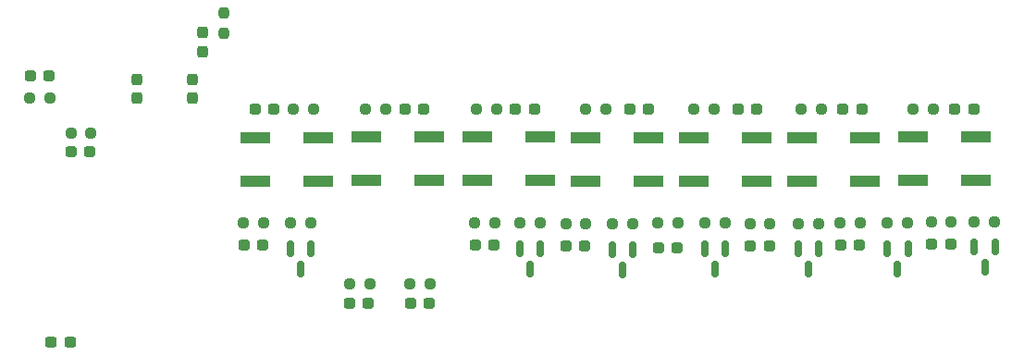
<source format=gtp>
G04 #@! TF.GenerationSoftware,KiCad,Pcbnew,(6.0.7)*
G04 #@! TF.CreationDate,2022-11-19T15:08:40-06:00*
G04 #@! TF.ProjectId,Gimbal_Board_2023,47696d62-616c-45f4-926f-6172645f3230,rev?*
G04 #@! TF.SameCoordinates,Original*
G04 #@! TF.FileFunction,Paste,Top*
G04 #@! TF.FilePolarity,Positive*
%FSLAX46Y46*%
G04 Gerber Fmt 4.6, Leading zero omitted, Abs format (unit mm)*
G04 Created by KiCad (PCBNEW (6.0.7)) date 2022-11-19 15:08:40*
%MOMM*%
%LPD*%
G01*
G04 APERTURE LIST*
G04 Aperture macros list*
%AMRoundRect*
0 Rectangle with rounded corners*
0 $1 Rounding radius*
0 $2 $3 $4 $5 $6 $7 $8 $9 X,Y pos of 4 corners*
0 Add a 4 corners polygon primitive as box body*
4,1,4,$2,$3,$4,$5,$6,$7,$8,$9,$2,$3,0*
0 Add four circle primitives for the rounded corners*
1,1,$1+$1,$2,$3*
1,1,$1+$1,$4,$5*
1,1,$1+$1,$6,$7*
1,1,$1+$1,$8,$9*
0 Add four rect primitives between the rounded corners*
20,1,$1+$1,$2,$3,$4,$5,0*
20,1,$1+$1,$4,$5,$6,$7,0*
20,1,$1+$1,$6,$7,$8,$9,0*
20,1,$1+$1,$8,$9,$2,$3,0*%
G04 Aperture macros list end*
%ADD10RoundRect,0.237500X-0.287500X-0.237500X0.287500X-0.237500X0.287500X0.237500X-0.287500X0.237500X0*%
%ADD11RoundRect,0.150000X-0.150000X0.587500X-0.150000X-0.587500X0.150000X-0.587500X0.150000X0.587500X0*%
%ADD12RoundRect,0.237500X0.250000X0.237500X-0.250000X0.237500X-0.250000X-0.237500X0.250000X-0.237500X0*%
%ADD13RoundRect,0.237500X-0.250000X-0.237500X0.250000X-0.237500X0.250000X0.237500X-0.250000X0.237500X0*%
%ADD14R,2.750000X1.000000*%
%ADD15RoundRect,0.237500X0.287500X0.237500X-0.287500X0.237500X-0.287500X-0.237500X0.287500X-0.237500X0*%
%ADD16RoundRect,0.237500X-0.237500X0.300000X-0.237500X-0.300000X0.237500X-0.300000X0.237500X0.300000X0*%
%ADD17RoundRect,0.237500X0.237500X-0.300000X0.237500X0.300000X-0.237500X0.300000X-0.237500X-0.300000X0*%
%ADD18RoundRect,0.237500X-0.300000X-0.237500X0.300000X-0.237500X0.300000X0.237500X-0.300000X0.237500X0*%
%ADD19RoundRect,0.237500X0.237500X-0.250000X0.237500X0.250000X-0.237500X0.250000X-0.237500X-0.250000X0*%
%ADD20RoundRect,0.237500X0.237500X-0.287500X0.237500X0.287500X-0.237500X0.287500X-0.237500X-0.287500X0*%
G04 APERTURE END LIST*
D10*
X106059000Y-54102000D03*
X107809000Y-54102000D03*
D11*
X140650000Y-66959000D03*
X138750000Y-66959000D03*
X139700000Y-68834000D03*
D12*
X168148000Y-54102000D03*
X166323000Y-54102000D03*
D13*
X159625500Y-64516000D03*
X161450500Y-64516000D03*
D14*
X116246000Y-56674000D03*
X122006000Y-56674000D03*
X122006000Y-60674000D03*
X116246000Y-60674000D03*
D11*
X165833500Y-66880500D03*
X163933500Y-66880500D03*
X164883500Y-68755500D03*
D10*
X134525000Y-66626500D03*
X136275000Y-66626500D03*
D13*
X171911000Y-64426500D03*
X173736000Y-64426500D03*
D12*
X138176000Y-54102000D03*
X136351000Y-54102000D03*
D13*
X130339500Y-64516000D03*
X132164500Y-64516000D03*
D10*
X105043000Y-66548000D03*
X106793000Y-66548000D03*
X151411000Y-66626500D03*
X153161000Y-66626500D03*
D14*
X161884000Y-56706000D03*
X156124000Y-56706000D03*
X156124000Y-60706000D03*
X161884000Y-60706000D03*
D15*
X161643000Y-54102000D03*
X159893000Y-54102000D03*
D13*
X134535500Y-64594500D03*
X136360500Y-64594500D03*
D12*
X148082000Y-54102000D03*
X146257000Y-54102000D03*
D13*
X142955000Y-64516000D03*
X144780000Y-64516000D03*
D16*
X100330000Y-51387500D03*
X100330000Y-53112500D03*
D14*
X106086000Y-56738000D03*
X111846000Y-56738000D03*
X106086000Y-60738000D03*
X111846000Y-60738000D03*
D15*
X131658000Y-54102000D03*
X129908000Y-54102000D03*
D13*
X109577500Y-54102000D03*
X111402500Y-54102000D03*
D12*
X128166500Y-54102000D03*
X126341500Y-54102000D03*
D13*
X138787500Y-64594500D03*
X140612500Y-64594500D03*
X151373500Y-64594500D03*
X153198500Y-64594500D03*
D17*
X95250000Y-53112500D03*
X95250000Y-51387500D03*
D14*
X151978000Y-56706000D03*
X146218000Y-56706000D03*
X151978000Y-60706000D03*
X146218000Y-60706000D03*
D10*
X142992500Y-66802000D03*
X144742500Y-66802000D03*
D15*
X121525000Y-54102000D03*
X119775000Y-54102000D03*
X116445000Y-71882000D03*
X114695000Y-71882000D03*
D11*
X149135500Y-66880500D03*
X147235500Y-66880500D03*
X148185500Y-68755500D03*
D18*
X87404000Y-75473500D03*
X89129000Y-75473500D03*
D13*
X147273000Y-64516000D03*
X149098000Y-64516000D03*
D10*
X85485000Y-51054000D03*
X87235000Y-51054000D03*
D15*
X152005000Y-54102000D03*
X150255000Y-54102000D03*
D19*
X103250000Y-47162500D03*
X103250000Y-45337500D03*
D15*
X142099000Y-54102000D03*
X140349000Y-54102000D03*
D13*
X105005500Y-64516000D03*
X106830500Y-64516000D03*
X109323500Y-64516000D03*
X111148500Y-64516000D03*
X120245500Y-70104000D03*
X122070500Y-70104000D03*
X89220000Y-56325000D03*
X91045000Y-56325000D03*
D11*
X111186000Y-66880500D03*
X109286000Y-66880500D03*
X110236000Y-68755500D03*
D15*
X122033000Y-71882000D03*
X120283000Y-71882000D03*
D13*
X163933500Y-64516000D03*
X165758500Y-64516000D03*
D11*
X132202000Y-66880500D03*
X130302000Y-66880500D03*
X131252000Y-68755500D03*
D12*
X157870500Y-54102000D03*
X156045500Y-54102000D03*
D10*
X168002000Y-66458500D03*
X169752000Y-66458500D03*
D14*
X126406000Y-56674000D03*
X132166000Y-56674000D03*
X126406000Y-60674000D03*
X132166000Y-60674000D03*
D13*
X155805500Y-64594500D03*
X157630500Y-64594500D03*
X167964500Y-64426500D03*
X169789500Y-64426500D03*
D11*
X173811000Y-66712500D03*
X171911000Y-66712500D03*
X172861000Y-68587500D03*
D15*
X171860500Y-54102000D03*
X170110500Y-54102000D03*
D12*
X118006500Y-54102000D03*
X116181500Y-54102000D03*
D11*
X157668000Y-66880500D03*
X155768000Y-66880500D03*
X156718000Y-68755500D03*
D14*
X166284000Y-60674000D03*
X172044000Y-60674000D03*
X166284000Y-56674000D03*
X172044000Y-56674000D03*
D13*
X126172000Y-64516000D03*
X127997000Y-64516000D03*
X114749500Y-70132000D03*
X116574500Y-70132000D03*
D14*
X136312000Y-56706000D03*
X142072000Y-56706000D03*
X142072000Y-60706000D03*
X136312000Y-60706000D03*
D20*
X101250000Y-48875000D03*
X101250000Y-47125000D03*
D10*
X159663000Y-66548000D03*
X161413000Y-66548000D03*
D12*
X87272500Y-53086000D03*
X85447500Y-53086000D03*
D15*
X90970000Y-57976000D03*
X89220000Y-57976000D03*
D10*
X126209500Y-66548000D03*
X127959500Y-66548000D03*
M02*

</source>
